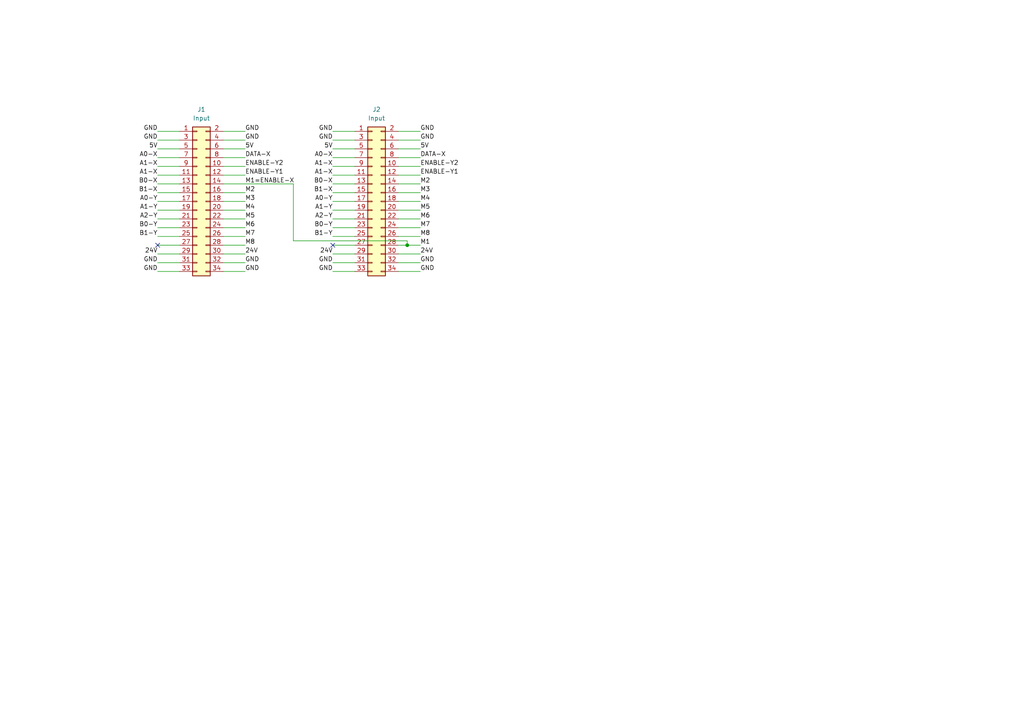
<source format=kicad_sch>
(kicad_sch (version 20211123) (generator eeschema)
  (paper "A4")
  (lib_symbols
    (symbol "Connector_Generic:Conn_02x17_Odd_Even" (pin_names (offset 1.016) hide)
      (property "Reference" "J" (at 1.27 22.86 0))
      (property "Value" "Conn_02x17_Odd_Even" (at 1.27 -22.86 0))
      (symbol "Conn_02x17_Odd_Even_1_1"
        (rectangle (start -1.27 -20.193) (end 0 -20.447) (stroke (width 0.1524)))
        (rectangle (start -1.27 -17.653) (end 0 -17.907) (stroke (width 0.1524)))
        (rectangle (start -1.27 -15.113) (end 0 -15.367) (stroke (width 0.1524)))
        (rectangle (start -1.27 -12.573) (end 0 -12.827) (stroke (width 0.1524)))
        (rectangle (start -1.27 -10.033) (end 0 -10.287) (stroke (width 0.1524)))
        (rectangle (start -1.27 -7.493) (end 0 -7.747) (stroke (width 0.1524)))
        (rectangle (start -1.27 -4.953) (end 0 -5.207) (stroke (width 0.1524)))
        (rectangle (start -1.27 -2.413) (end 0 -2.667) (stroke (width 0.1524)))
        (rectangle (start -1.27 0.127) (end 0 -0.127) (stroke (width 0.1524)))
        (rectangle (start -1.27 2.667) (end 0 2.413) (stroke (width 0.1524)))
        (rectangle (start -1.27 5.207) (end 0 4.953) (stroke (width 0.1524)))
        (rectangle (start -1.27 7.747) (end 0 7.493) (stroke (width 0.1524)))
        (rectangle (start -1.27 10.287) (end 0 10.033) (stroke (width 0.1524)))
        (rectangle (start -1.27 12.827) (end 0 12.573) (stroke (width 0.1524)))
        (rectangle (start -1.27 15.367) (end 0 15.113) (stroke (width 0.1524)))
        (rectangle (start -1.27 17.907) (end 0 17.653) (stroke (width 0.1524)))
        (rectangle (start -1.27 20.447) (end 0 20.193) (stroke (width 0.1524)))
        (rectangle (start -1.27 21.59) (end 3.81 -21.59) (stroke (width 0.254)) (fill (type background)))
        (rectangle (start 3.81 -20.193) (end 2.54 -20.447) (stroke (width 0.1524)))
        (rectangle (start 3.81 -17.653) (end 2.54 -17.907) (stroke (width 0.1524)))
        (rectangle (start 3.81 -15.113) (end 2.54 -15.367) (stroke (width 0.1524)))
        (rectangle (start 3.81 -12.573) (end 2.54 -12.827) (stroke (width 0.1524)))
        (rectangle (start 3.81 -10.033) (end 2.54 -10.287) (stroke (width 0.1524)))
        (rectangle (start 3.81 -7.493) (end 2.54 -7.747) (stroke (width 0.1524)))
        (rectangle (start 3.81 -4.953) (end 2.54 -5.207) (stroke (width 0.1524)))
        (rectangle (start 3.81 -2.413) (end 2.54 -2.667) (stroke (width 0.1524)))
        (rectangle (start 3.81 0.127) (end 2.54 -0.127) (stroke (width 0.1524)))
        (rectangle (start 3.81 2.667) (end 2.54 2.413) (stroke (width 0.1524)))
        (rectangle (start 3.81 5.207) (end 2.54 4.953) (stroke (width 0.1524)))
        (rectangle (start 3.81 7.747) (end 2.54 7.493) (stroke (width 0.1524)))
        (rectangle (start 3.81 10.287) (end 2.54 10.033) (stroke (width 0.1524)))
        (rectangle (start 3.81 12.827) (end 2.54 12.573) (stroke (width 0.1524)))
        (rectangle (start 3.81 15.367) (end 2.54 15.113) (stroke (width 0.1524)))
        (rectangle (start 3.81 17.907) (end 2.54 17.653) (stroke (width 0.1524)))
        (rectangle (start 3.81 20.447) (end 2.54 20.193) (stroke (width 0.1524)))
        (pin passive line (at -5.08 20.32 0) (length 3.81) (name "Pin_1") (number "1"))
        (pin passive line (at 7.62 10.16 180) (length 3.81) (name "Pin_10") (number "10"))
        (pin passive line (at -5.08 7.62 0) (length 3.81) (name "Pin_11") (number "11"))
        (pin passive line (at 7.62 7.62 180) (length 3.81) (name "Pin_12") (number "12"))
        (pin passive line (at -5.08 5.08 0) (length 3.81) (name "Pin_13") (number "13"))
        (pin passive line (at 7.62 5.08 180) (length 3.81) (name "Pin_14") (number "14"))
        (pin passive line (at -5.08 2.54 0) (length 3.81) (name "Pin_15") (number "15"))
        (pin passive line (at 7.62 2.54 180) (length 3.81) (name "Pin_16") (number "16"))
        (pin passive line (at -5.08 0 0) (length 3.81) (name "Pin_17") (number "17"))
        (pin passive line (at 7.62 0 180) (length 3.81) (name "Pin_18") (number "18"))
        (pin passive line (at -5.08 -2.54 0) (length 3.81) (name "Pin_19") (number "19"))
        (pin passive line (at 7.62 20.32 180) (length 3.81) (name "Pin_2") (number "2"))
        (pin passive line (at 7.62 -2.54 180) (length 3.81) (name "Pin_20") (number "20"))
        (pin passive line (at -5.08 -5.08 0) (length 3.81) (name "Pin_21") (number "21"))
        (pin passive line (at 7.62 -5.08 180) (length 3.81) (name "Pin_22") (number "22"))
        (pin passive line (at -5.08 -7.62 0) (length 3.81) (name "Pin_23") (number "23"))
        (pin passive line (at 7.62 -7.62 180) (length 3.81) (name "Pin_24") (number "24"))
        (pin passive line (at -5.08 -10.16 0) (length 3.81) (name "Pin_25") (number "25"))
        (pin passive line (at 7.62 -10.16 180) (length 3.81) (name "Pin_26") (number "26"))
        (pin passive line (at -5.08 -12.7 0) (length 3.81) (name "Pin_27") (number "27"))
        (pin passive line (at 7.62 -12.7 180) (length 3.81) (name "Pin_28") (number "28"))
        (pin passive line (at -5.08 -15.24 0) (length 3.81) (name "Pin_29") (number "29"))
        (pin passive line (at -5.08 17.78 0) (length 3.81) (name "Pin_3") (number "3"))
        (pin passive line (at 7.62 -15.24 180) (length 3.81) (name "Pin_30") (number "30"))
        (pin passive line (at -5.08 -17.78 0) (length 3.81) (name "Pin_31") (number "31"))
        (pin passive line (at 7.62 -17.78 180) (length 3.81) (name "Pin_32") (number "32"))
        (pin passive line (at -5.08 -20.32 0) (length 3.81) (name "Pin_33") (number "33"))
        (pin passive line (at 7.62 -20.32 180) (length 3.81) (name "Pin_34") (number "34"))
        (pin passive line (at 7.62 17.78 180) (length 3.81) (name "Pin_4") (number "4"))
        (pin passive line (at -5.08 15.24 0) (length 3.81) (name "Pin_5") (number "5"))
        (pin passive line (at 7.62 15.24 180) (length 3.81) (name "Pin_6") (number "6"))
        (pin passive line (at -5.08 12.7 0) (length 3.81) (name "Pin_7") (number "7"))
        (pin passive line (at 7.62 12.7 180) (length 3.81) (name "Pin_8") (number "8"))
        (pin passive line (at -5.08 10.16 0) (length 3.81) (name "Pin_9") (number "9"))
      )
    )
  )
  (junction (at 118.11 71.12))
  (no_connect (at 45.72 71.12))
  (no_connect (at 96.52 71.12))
  (wire (pts (xy 64.77 63.5) (xy 71.12 63.5)))
  (wire (pts (xy 96.52 58.42) (xy 102.87 58.42)))
  (wire (pts (xy 85.09 53.34) (xy 85.09 69.85)))
  (wire (pts (xy 45.72 48.26) (xy 52.07 48.26)))
  (wire (pts (xy 96.52 71.12) (xy 102.87 71.12)))
  (wire (pts (xy 115.57 71.12) (xy 118.11 71.12)))
  (wire (pts (xy 115.57 73.66) (xy 121.92 73.66)))
  (wire (pts (xy 96.52 66.04) (xy 102.87 66.04)))
  (wire (pts (xy 45.72 45.72) (xy 52.07 45.72)))
  (wire (pts (xy 45.72 58.42) (xy 52.07 58.42)))
  (wire (pts (xy 96.52 76.2) (xy 102.87 76.2)))
  (wire (pts (xy 45.72 60.96) (xy 52.07 60.96)))
  (wire (pts (xy 45.72 55.88) (xy 52.07 55.88)))
  (wire (pts (xy 115.57 66.04) (xy 121.92 66.04)))
  (wire (pts (xy 64.77 40.64) (xy 71.12 40.64)))
  (wire (pts (xy 115.57 40.64) (xy 121.92 40.64)))
  (wire (pts (xy 115.57 60.96) (xy 121.92 60.96)))
  (wire (pts (xy 96.52 40.64) (xy 102.87 40.64)))
  (wire (pts (xy 96.52 78.74) (xy 102.87 78.74)))
  (wire (pts (xy 64.77 53.34) (xy 85.09 53.34)))
  (wire (pts (xy 115.57 55.88) (xy 121.92 55.88)))
  (wire (pts (xy 118.11 71.12) (xy 121.92 71.12)))
  (wire (pts (xy 64.77 43.18) (xy 71.12 43.18)))
  (wire (pts (xy 96.52 43.18) (xy 102.87 43.18)))
  (wire (pts (xy 96.52 73.66) (xy 102.87 73.66)))
  (wire (pts (xy 64.77 73.66) (xy 71.12 73.66)))
  (wire (pts (xy 45.72 66.04) (xy 52.07 66.04)))
  (wire (pts (xy 96.52 53.34) (xy 102.87 53.34)))
  (wire (pts (xy 96.52 68.58) (xy 102.87 68.58)))
  (wire (pts (xy 115.57 78.74) (xy 121.92 78.74)))
  (wire (pts (xy 115.57 53.34) (xy 121.92 53.34)))
  (wire (pts (xy 64.77 48.26) (xy 71.12 48.26)))
  (wire (pts (xy 45.72 50.8) (xy 52.07 50.8)))
  (wire (pts (xy 45.72 68.58) (xy 52.07 68.58)))
  (wire (pts (xy 64.77 76.2) (xy 71.12 76.2)))
  (wire (pts (xy 64.77 71.12) (xy 71.12 71.12)))
  (wire (pts (xy 115.57 48.26) (xy 121.92 48.26)))
  (wire (pts (xy 45.72 38.1) (xy 52.07 38.1)))
  (wire (pts (xy 64.77 38.1) (xy 71.12 38.1)))
  (wire (pts (xy 64.77 68.58) (xy 71.12 68.58)))
  (wire (pts (xy 64.77 78.74) (xy 71.12 78.74)))
  (wire (pts (xy 64.77 58.42) (xy 71.12 58.42)))
  (wire (pts (xy 45.72 76.2) (xy 52.07 76.2)))
  (wire (pts (xy 115.57 38.1) (xy 121.92 38.1)))
  (wire (pts (xy 96.52 55.88) (xy 102.87 55.88)))
  (wire (pts (xy 115.57 68.58) (xy 121.92 68.58)))
  (wire (pts (xy 96.52 45.72) (xy 102.87 45.72)))
  (wire (pts (xy 64.77 55.88) (xy 71.12 55.88)))
  (wire (pts (xy 64.77 45.72) (xy 71.12 45.72)))
  (wire (pts (xy 96.52 48.26) (xy 102.87 48.26)))
  (wire (pts (xy 45.72 78.74) (xy 52.07 78.74)))
  (wire (pts (xy 45.72 53.34) (xy 52.07 53.34)))
  (wire (pts (xy 45.72 73.66) (xy 52.07 73.66)))
  (wire (pts (xy 115.57 50.8) (xy 121.92 50.8)))
  (wire (pts (xy 45.72 71.12) (xy 52.07 71.12)))
  (wire (pts (xy 115.57 63.5) (xy 121.92 63.5)))
  (wire (pts (xy 64.77 60.96) (xy 71.12 60.96)))
  (wire (pts (xy 96.52 38.1) (xy 102.87 38.1)))
  (wire (pts (xy 96.52 60.96) (xy 102.87 60.96)))
  (wire (pts (xy 96.52 63.5) (xy 102.87 63.5)))
  (wire (pts (xy 96.52 50.8) (xy 102.87 50.8)))
  (wire (pts (xy 45.72 43.18) (xy 52.07 43.18)))
  (wire (pts (xy 45.72 63.5) (xy 52.07 63.5)))
  (wire (pts (xy 45.72 40.64) (xy 52.07 40.64)))
  (wire (pts (xy 115.57 43.18) (xy 121.92 43.18)))
  (wire (pts (xy 115.57 76.2) (xy 121.92 76.2)))
  (wire (pts (xy 118.11 69.85) (xy 118.11 71.12)))
  (wire (pts (xy 115.57 45.72) (xy 121.92 45.72)))
  (wire (pts (xy 115.57 58.42) (xy 121.92 58.42)))
  (wire (pts (xy 64.77 66.04) (xy 71.12 66.04)))
  (wire (pts (xy 85.09 69.85) (xy 118.11 69.85)))
  (wire (pts (xy 64.77 50.8) (xy 71.12 50.8)))
  (label "GND" (at 45.72 78.74 180))
  (label "A1-Y" (at 45.72 60.96 180))
  (label "M3" (at 121.92 55.88 0))
  (label "5V" (at 45.72 43.18 180))
  (label "A1-X" (at 96.5264 50.8 180))
  (label "B0-X" (at 45.72 53.34 180))
  (label "GND" (at 121.92 40.64 0))
  (label "M5" (at 71.12 63.5 0))
  (label "M8" (at 121.92 68.58 0))
  (label "GND" (at 96.52 38.1 180))
  (label "GND" (at 45.72 38.1 180))
  (label "GND" (at 96.52 76.2 180))
  (label "B1-Y" (at 45.72 68.58 180))
  (label "GND" (at 45.72 40.64 180))
  (label "M8" (at 71.12 71.12 0))
  (label "5V" (at 71.12 43.18 0))
  (label "A0-Y" (at 45.72 58.42 180))
  (label "GND" (at 96.52 40.64 180))
  (label "A2-Y" (at 96.52 63.5 180))
  (label "24V" (at 45.72 73.66 180))
  (label "B0-Y" (at 45.72 66.04 180))
  (label "GND" (at 71.12 76.2 0))
  (label "A1-X" (at 96.52 48.26 180))
  (label "5V" (at 121.92 43.18 0))
  (label "M2" (at 71.12 55.88 0))
  (label "M3" (at 71.12 58.42 0))
  (label "GND" (at 71.12 40.64 0))
  (label "B1-X" (at 45.72 55.88 180))
  (label "DATA-X" (at 71.12 45.72 0))
  (label "ENABLE-Y1" (at 71.12 50.8 0))
  (label "GND" (at 96.52 78.74 180))
  (label "M6" (at 71.12 66.04 0))
  (label "24V" (at 96.52 73.66 180))
  (label "M7" (at 71.12 68.58 0))
  (label "A0-Y" (at 96.52 58.42 180))
  (label "24V" (at 121.92 73.66 0))
  (label "A0-X" (at 45.72 45.72 180))
  (label "B0-Y" (at 96.52 66.04 180))
  (label "24V" (at 71.12 73.66 0))
  (label "M6" (at 121.92 63.5 0))
  (label "GND" (at 71.12 38.1 0))
  (label "DATA-X" (at 121.92 45.72 0))
  (label "B1-Y" (at 96.52 68.58 180))
  (label "M1" (at 121.92 71.12 0))
  (label "GND" (at 45.72 76.2 180))
  (label "M7" (at 121.92 66.04 0))
  (label "A1-X" (at 45.7264 50.8 180))
  (label "GND" (at 121.92 78.74 0))
  (label "5V" (at 96.52 43.18 180))
  (label "ENABLE-Y1" (at 121.92 50.8 0))
  (label "M1=ENABLE-X" (at 71.12 53.34 0))
  (label "A0-X" (at 96.52 45.72 180))
  (label "M4" (at 71.12 60.96 0))
  (label "M5" (at 121.92 60.96 0))
  (label "GND" (at 121.92 76.2 0))
  (label "A1-Y" (at 96.52 60.96 180))
  (label "ENABLE-Y2" (at 121.92 48.26 0))
  (label "M2" (at 121.92 53.34 0))
  (label "A1-X" (at 45.72 48.26 180))
  (label "A2-Y" (at 45.72 63.5 180))
  (label "GND" (at 71.12 78.74 0))
  (label "GND" (at 121.92 38.1 0))
  (label "B1-X" (at 96.52 55.88 180))
  (label "M4" (at 121.92 58.42 0))
  (label "ENABLE-Y2" (at 71.12 48.26 0))
  (label "B0-X" (at 96.52 53.34 180))
  (symbol (lib_id "Connector_Generic:Conn_02x17_Odd_Even") (at 57.15 58.42 0) (unit 1)
    (property "Reference" "J1" (at 58.42 31.75 0))
    (property "Value" "Input" (at 58.42 34.29 0))
  )
  (symbol (lib_id "Connector_Generic:Conn_02x17_Odd_Even") (at 107.95 58.42 0) (unit 1)
    (property "Reference" "J2" (at 109.22 31.75 0))
    (property "Value" "Input" (at 109.22 34.29 0))
  )
)
</source>
